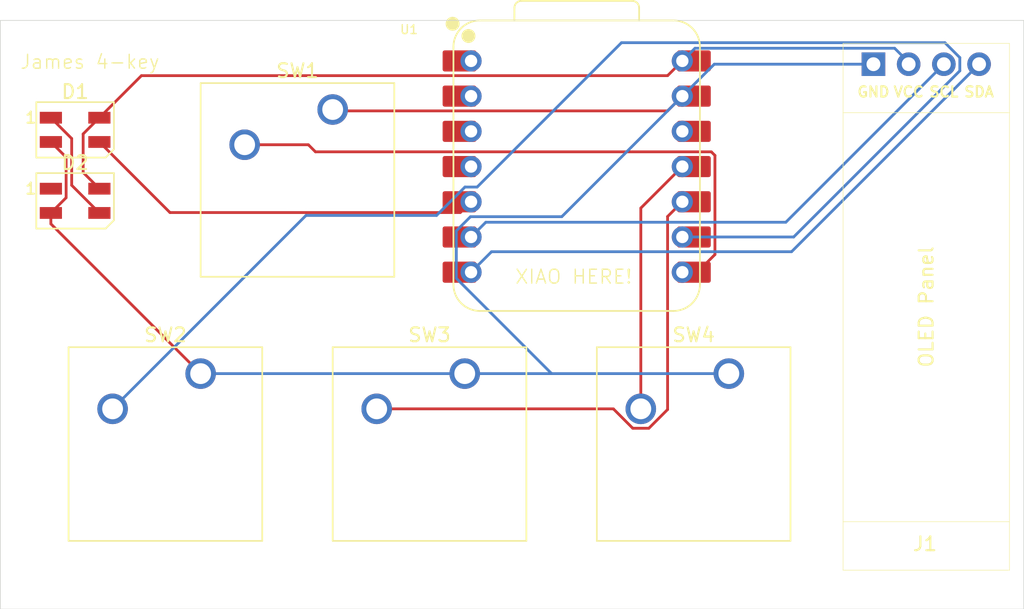
<source format=kicad_pcb>
(kicad_pcb (version 20241229) (generator "pcbnew") (generator_version "9.0")
  (layers (0 "F.Cu" signal) (2 "B.Cu" signal) (13 "F.Paste" user) (15 "B.Paste" user) (5 "F.SilkS" user "F.Silkscreen") (7 "B.SilkS" user "B.Silkscreen") (1 "F.Mask" user) (3 "B.Mask" user) (25 "Edge.Cuts" user))
  (net 0 "")
  (net 1 "Net-(D1-DOUT)")
  (net 2 "+5V")
  (net 3 "Net-(D1-DIN)")
  (net 4 "GND")
  (net 6 "Net-(U1-GPIO1{slash}RX)")
  (net 7 "Net-(U1-GPIO2{slash}SCK)")
  (net 8 "Net-(U1-GPIO4{slash}MISO)")
  (net 9 "Net-(U1-GPIO3{slash}MOSI)")
  (net 15 "Net-(J1-Pin_4)")
  (net 16 "Net-(J1-Pin_3)")
  (footprint "OLED:SSD1306-0.91-OLED-4pin-128x32" (layer "F.Cu") (at 108.415 87.685 90)
    (property "Reference" "J1" (at 1.9 5.91 0) (layer "F.SilkS"))
    (property "Value" "Conn_01x04")
    (fp_line (start 38 0) (end 0 0) (stroke (width 0.04)) (layer "F.SilkS"))
    (fp_line (start 33 0) (end 33 12) (stroke (width 0.04)) (layer "F.SilkS"))
    (fp_line (start 3.5 0) (end 3.5 12) (stroke (width 0.04)) (layer "F.SilkS"))
    (fp_line (start 0 0) (end 0 12) (stroke (width 0.04)) (layer "F.SilkS"))
    (fp_line (start 38 12) (end 38 0) (stroke (width 0.04)) (layer "F.SilkS"))
    (fp_line (start 0 12) (end 38 12) (stroke (width 0.04)) (layer "F.SilkS"))
    (fp_text user "GND" (at 34.5 2.19 0) (layer "F.SilkS") (effects (font (size 0.75 0.75))))
    (fp_text user "OLED Panel" (at 19 6 90) (layer "F.SilkS"))
    (fp_text user "SDA" (at 34.5 9.81 0) (layer "F.SilkS") (effects (font (size 0.75 0.75))))
    (fp_text user "VCC" (at 34.5 4.73 0) (layer "F.SilkS") (effects (font (size 0.75 0.75))))
    (fp_text user "SCL" (at 34.5 7.27 0) (layer "F.SilkS") (effects (font (size 0.75 0.75))))
    (pad "1" thru_hole rect (at 36.5 2.19 90) (size 1.7 1.7) (drill 1) (layers "*.Cu" "*.Mask") (net 4 "GND"))
    (pad "2" thru_hole oval (at 36.5 4.73 90) (size 1.7 1.7) (drill 1) (layers "*.Cu" "*.Mask") (net 2 "+5V"))
    (pad "3" thru_hole oval (at 36.5 7.27 90) (size 1.7 1.7) (drill 1) (layers "*.Cu" "*.Mask") (net 16 "Net-(J1-Pin_3)"))
    (pad "4" thru_hole oval (at 36.5 9.81 90) (size 1.7 1.7) (drill 1) (layers "*.Cu" "*.Mask") (net 15 "Net-(J1-Pin_4)"))
  )
  (footprint "LED_SMD:LED_SK6812MINI_PLCC4_3.5x3.5mm_P1.75mm" (layer "F.Cu") (at 53.02105 61.0401)
    (property "Reference" "D2" (at 0 -2.75 0) (layer "F.SilkS"))
    (property "Value" "SK6812MINI")
    (fp_line (start -2.8 -2) (end -2.8 2) (stroke (width 0.12)) (layer "F.SilkS"))
    (fp_line (start -2.8 -2) (end 2.8 -2) (stroke (width 0.12)) (layer "F.SilkS"))
    (fp_line (start -2.8 2) (end 2.2 2) (stroke (width 0.12)) (layer "F.SilkS"))
    (fp_line (start 2.8 1.4) (end 2.2 2) (stroke (width 0.12)) (layer "F.SilkS"))
    (fp_line (start 2.8 1.4) (end 2.8 -2) (stroke (width 0.12)) (layer "F.SilkS"))
    (fp_text user "1" (at -3.2 -0.875 0) (layer "F.SilkS") (effects (font (size 0.8 0.8))))
    (pad "1" smd rect (at -1.75 -0.875) (size 1.6 0.85) (layers "F.Cu" "F.Mask" "F.Paste"))
    (pad "2" smd rect (at -1.75 0.875) (size 1.6 0.85) (layers "F.Cu" "F.Mask" "F.Paste") (net 4 "GND"))
    (pad "3" smd rect (at 1.75 0.875) (size 1.6 0.85) (layers "F.Cu" "F.Mask" "F.Paste") (net 1 "Net-(D1-DOUT)"))
    (pad "4" smd rect (at 1.75 -0.875) (size 1.6 0.85) (layers "F.Cu" "F.Mask" "F.Paste") (net 2 "+5V"))
  )
  (footprint "OPL:XIAO-RP2040-DIP" (layer "F.Cu") (at 89.2 58.5685)
    (property "Reference" "U1" (at -12.09545 -9.88445 0) (layer "F.SilkS") (effects (font (size 0.635 0.635) (thickness 0.1016))))
    (property "Value" "XIAO-RP2040-DIP")
    (fp_line (start -8.89 8.509) (end -8.89 -8.636) (stroke (width 0.127)) (layer "F.SilkS"))
    (fp_line (start -6.985 10.414) (end 6.985 10.414) (stroke (width 0.127)) (layer "F.SilkS"))
    (fp_line (start -4.495 -10.541) (end -4.491272 -11.451272) (stroke (width 0.127)) (layer "F.SilkS"))
    (fp_line (start -3.991272 -11.951) (end 4.004 -11.951) (stroke (width 0.127)) (layer "F.SilkS"))
    (fp_line (start 4.504 -11.451) (end 4.504 -10.541) (stroke (width 0.127)) (layer "F.SilkS"))
    (fp_line (start 6.985 -10.541) (end -6.985 -10.541) (stroke (width 0.1)) (layer "F.SilkS"))
    (fp_line (start 6.985 -10.541) (end -6.985 -10.541) (stroke (width 0.127)) (layer "F.SilkS"))
    (fp_line (start 8.89 8.509) (end 8.89 -8.636) (stroke (width 0.127)) (layer "F.SilkS"))
    (fp_arc (start -8.89 -8.636) (mid -8.332038 -9.983038) (end -6.985 -10.541) (stroke (width 0.127)) (layer "F.SilkS"))
    (fp_arc (start -6.985 10.414) (mid -8.332038 9.856038) (end -8.89 8.509) (stroke (width 0.127)) (layer "F.SilkS"))
    (fp_arc (start -4.491272 -11.451272) (mid -4.344728 -11.80464) (end -3.991272 -11.951) (stroke (width 0.127)) (layer "F.SilkS"))
    (fp_arc (start 4.004 -11.951) (mid 4.357553 -11.804553) (end 4.504 -11.451) (stroke (width 0.127)) (layer "F.SilkS"))
    (fp_arc (start 6.985 -10.541) (mid 8.332038 -9.983038) (end 8.89 -8.636) (stroke (width 0.127)) (layer "F.SilkS"))
    (fp_arc (start 8.89 8.509) (mid 8.332038 9.856038) (end 6.985 10.414) (stroke (width 0.127)) (layer "F.SilkS"))
    (fp_circle (center -8.95 -10.3) (end -8.95 -10.554) (stroke (width 0.5)) (fill yes) (layer "F.SilkS"))
    (fp_circle (center -7.807 -9.42) (end -7.807 -9.674) (stroke (width 0.5)) (fill yes) (layer "F.SilkS"))
    (pad "1" smd roundrect (at -8.455 -7.62 180) (size 2.432 1.524) (layers "F.Cu" "F.Mask") (roundrect_rratio 0.1))
    (pad "1" thru_hole circle (at -7.62 -7.62 180) (size 1.524 1.524) (drill 0.889) (layers "*.Cu" "*.Mask"))
    (pad "2" smd roundrect (at -8.455 -5.08 180) (size 2.432 1.524) (layers "F.Cu" "F.Mask") (roundrect_rratio 0.1))
    (pad "2" thru_hole circle (at -7.62 -5.08 180) (size 1.524 1.524) (drill 0.889) (layers "*.Cu" "*.Mask"))
    (pad "3" smd roundrect (at -8.455 -2.54 180) (size 2.432 1.524) (layers "F.Cu" "F.Mask") (roundrect_rratio 0.1))
    (pad "3" thru_hole circle (at -7.62 -2.54 180) (size 1.524 1.524) (drill 0.889) (layers "*.Cu" "*.Mask"))
    (pad "4" smd roundrect (at -8.455 0 180) (size 2.432 1.524) (layers "F.Cu" "F.Mask") (roundrect_rratio 0.1))
    (pad "4" thru_hole circle (at -7.62 0 180) (size 1.524 1.524) (drill 0.889) (layers "*.Cu" "*.Mask"))
    (pad "5" smd roundrect (at -8.455 2.54 180) (size 2.432 1.524) (layers "F.Cu" "F.Mask") (roundrect_rratio 0.1) (net 3 "Net-(D1-DIN)"))
    (pad "5" thru_hole circle (at -7.62 2.54 180) (size 1.524 1.524) (drill 0.889) (layers "*.Cu" "*.Mask") (net 3 "Net-(D1-DIN)"))
    (pad "6" smd roundrect (at -8.455 5.08 180) (size 2.432 1.524) (layers "F.Cu" "F.Mask") (roundrect_rratio 0.1) (net 16 "Net-(J1-Pin_3)"))
    (pad "6" thru_hole circle (at -7.62 5.08 180) (size 1.524 1.524) (drill 0.889) (layers "*.Cu" "*.Mask") (net 16 "Net-(J1-Pin_3)"))
    (pad "7" smd roundrect (at -8.455 7.62 180) (size 2.432 1.524) (layers "F.Cu" "F.Mask") (roundrect_rratio 0.1) (net 15 "Net-(J1-Pin_4)"))
    (pad "7" thru_hole circle (at -7.62 7.62 180) (size 1.524 1.524) (drill 0.889) (layers "*.Cu" "*.Mask") (net 15 "Net-(J1-Pin_4)"))
    (pad "8" thru_hole circle (at 7.62 7.62) (size 1.524 1.524) (drill 0.889) (layers "*.Cu" "*.Mask") (net 6 "Net-(U1-GPIO1{slash}RX)"))
    (pad "8" smd roundrect (at 8.455 7.62) (size 2.432 1.524) (layers "F.Cu" "F.Mask") (roundrect_rratio 0.1) (net 6 "Net-(U1-GPIO1{slash}RX)"))
    (pad "9" thru_hole circle (at 7.62 5.08) (size 1.524 1.524) (drill 0.889) (layers "*.Cu" "*.Mask") (net 7 "Net-(U1-GPIO2{slash}SCK)"))
    (pad "9" smd roundrect (at 8.455 5.08) (size 2.432 1.524) (layers "F.Cu" "F.Mask") (roundrect_rratio 0.1) (net 7 "Net-(U1-GPIO2{slash}SCK)"))
    (pad "10" thru_hole circle (at 7.62 2.54) (size 1.524 1.524) (drill 0.889) (layers "*.Cu" "*.Mask") (net 8 "Net-(U1-GPIO4{slash}MISO)"))
    (pad "10" smd roundrect (at 8.455 2.54) (size 2.432 1.524) (layers "F.Cu" "F.Mask") (roundrect_rratio 0.1) (net 8 "Net-(U1-GPIO4{slash}MISO)"))
    (pad "11" thru_hole circle (at 7.62 0) (size 1.524 1.524) (drill 0.889) (layers "*.Cu" "*.Mask") (net 9 "Net-(U1-GPIO3{slash}MOSI)"))
    (pad "11" smd roundrect (at 8.455 0) (size 2.432 1.524) (layers "F.Cu" "F.Mask") (roundrect_rratio 0.1) (net 9 "Net-(U1-GPIO3{slash}MOSI)"))
    (pad "12" thru_hole circle (at 7.62 -2.54) (size 1.524 1.524) (drill 0.889) (layers "*.Cu" "*.Mask"))
    (pad "12" smd roundrect (at 8.455 -2.54) (size 2.432 1.524) (layers "F.Cu" "F.Mask") (roundrect_rratio 0.1))
    (pad "13" thru_hole circle (at 7.62 -5.08) (size 1.524 1.524) (drill 0.889) (layers "*.Cu" "*.Mask") (net 4 "GND"))
    (pad "13" smd roundrect (at 8.455 -5.08) (size 2.432 1.524) (layers "F.Cu" "F.Mask") (roundrect_rratio 0.1) (net 4 "GND"))
    (pad "14" thru_hole circle (at 7.62 -7.62) (size 1.524 1.524) (drill 0.889) (layers "*.Cu" "*.Mask") (net 2 "+5V"))
    (pad "14" smd roundrect (at 8.455 -7.62) (size 2.432 1.524) (layers "F.Cu" "F.Mask") (roundrect_rratio 0.1) (net 2 "+5V"))
  )
  (footprint "Button_Switch_Keyboard:SW_Cherry_MX_1.00u_PCB" (layer "F.Cu") (at 81.12455 73.50455)
    (property "Reference" "SW3" (at -2.54 -2.794 0) (layer "F.SilkS"))
    (property "Value" "SW_Push")
    (fp_line (start -9.525 -1.905) (end 4.445 -1.905) (stroke (width 0.12)) (layer "F.SilkS"))
    (fp_line (start -9.525 12.065) (end -9.525 -1.905) (stroke (width 0.12)) (layer "F.SilkS"))
    (fp_line (start 4.445 -1.905) (end 4.445 12.065) (stroke (width 0.12)) (layer "F.SilkS"))
    (fp_line (start 4.445 12.065) (end -9.525 12.065) (stroke (width 0.12)) (layer "F.SilkS"))
    (pad "" np_thru_hole circle (at -7.62 5.08) (size 1.7 1.7) (drill 1.7) (layers "*.Cu" "*.Mask"))
    (pad "" np_thru_hole circle (at -2.54 5.08) (size 4 4) (drill 4) (layers "*.Cu" "*.Mask"))
    (pad "" np_thru_hole circle (at 2.54 5.08) (size 1.7 1.7) (drill 1.7) (layers "*.Cu" "*.Mask"))
    (pad "1" thru_hole circle (at 0 0) (size 2.2 2.2) (drill 1.5) (layers "*.Cu" "*.Mask") (net 4 "GND"))
    (pad "2" thru_hole circle (at -6.35 2.54) (size 2.2 2.2) (drill 1.5) (layers "*.Cu" "*.Mask") (net 8 "Net-(U1-GPIO4{slash}MISO)"))
  )
  (footprint "Button_Switch_Keyboard:SW_Cherry_MX_1.00u_PCB" (layer "F.Cu") (at 71.59915 54.45375)
    (property "Reference" "SW1" (at -2.54 -2.794 0) (layer "F.SilkS"))
    (property "Value" "SW_Push")
    (fp_line (start -9.525 -1.905) (end 4.445 -1.905) (stroke (width 0.12)) (layer "F.SilkS"))
    (fp_line (start -9.525 12.065) (end -9.525 -1.905) (stroke (width 0.12)) (layer "F.SilkS"))
    (fp_line (start 4.445 -1.905) (end 4.445 12.065) (stroke (width 0.12)) (layer "F.SilkS"))
    (fp_line (start 4.445 12.065) (end -9.525 12.065) (stroke (width 0.12)) (layer "F.SilkS"))
    (pad "" np_thru_hole circle (at -7.62 5.08) (size 1.7 1.7) (drill 1.7) (layers "*.Cu" "*.Mask"))
    (pad "" np_thru_hole circle (at -2.54 5.08) (size 4 4) (drill 4) (layers "*.Cu" "*.Mask"))
    (pad "" np_thru_hole circle (at 2.54 5.08) (size 1.7 1.7) (drill 1.7) (layers "*.Cu" "*.Mask"))
    (pad "1" thru_hole circle (at 0 0) (size 2.2 2.2) (drill 1.5) (layers "*.Cu" "*.Mask") (net 4 "GND"))
    (pad "2" thru_hole circle (at -6.35 2.54) (size 2.2 2.2) (drill 1.5) (layers "*.Cu" "*.Mask") (net 6 "Net-(U1-GPIO1{slash}RX)"))
  )
  (footprint "Button_Switch_Keyboard:SW_Cherry_MX_1.00u_PCB" (layer "F.Cu") (at 62.07375 73.50455)
    (property "Reference" "SW2" (at -2.54 -2.794 0) (layer "F.SilkS"))
    (property "Value" "SW_Push")
    (fp_line (start -9.525 -1.905) (end 4.445 -1.905) (stroke (width 0.12)) (layer "F.SilkS"))
    (fp_line (start -9.525 12.065) (end -9.525 -1.905) (stroke (width 0.12)) (layer "F.SilkS"))
    (fp_line (start 4.445 -1.905) (end 4.445 12.065) (stroke (width 0.12)) (layer "F.SilkS"))
    (fp_line (start 4.445 12.065) (end -9.525 12.065) (stroke (width 0.12)) (layer "F.SilkS"))
    (pad "" np_thru_hole circle (at -7.62 5.08) (size 1.7 1.7) (drill 1.7) (layers "*.Cu" "*.Mask"))
    (pad "" np_thru_hole circle (at -2.54 5.08) (size 4 4) (drill 4) (layers "*.Cu" "*.Mask"))
    (pad "" np_thru_hole circle (at 2.54 5.08) (size 1.7 1.7) (drill 1.7) (layers "*.Cu" "*.Mask"))
    (pad "1" thru_hole circle (at 0 0) (size 2.2 2.2) (drill 1.5) (layers "*.Cu" "*.Mask") (net 4 "GND"))
    (pad "2" thru_hole circle (at -6.35 2.54) (size 2.2 2.2) (drill 1.5) (layers "*.Cu" "*.Mask") (net 7 "Net-(U1-GPIO2{slash}SCK)"))
  )
  (footprint "Button_Switch_Keyboard:SW_Cherry_MX_1.00u_PCB" (layer "F.Cu") (at 100.17535 73.50455)
    (property "Reference" "SW4" (at -2.54 -2.794 0) (layer "F.SilkS"))
    (property "Value" "SW_Push")
    (fp_line (start -9.525 -1.905) (end 4.445 -1.905) (stroke (width 0.12)) (layer "F.SilkS"))
    (fp_line (start -9.525 12.065) (end -9.525 -1.905) (stroke (width 0.12)) (layer "F.SilkS"))
    (fp_line (start 4.445 -1.905) (end 4.445 12.065) (stroke (width 0.12)) (layer "F.SilkS"))
    (fp_line (start 4.445 12.065) (end -9.525 12.065) (stroke (width 0.12)) (layer "F.SilkS"))
    (pad "" np_thru_hole circle (at -7.62 5.08) (size 1.7 1.7) (drill 1.7) (layers "*.Cu" "*.Mask"))
    (pad "" np_thru_hole circle (at -2.54 5.08) (size 4 4) (drill 4) (layers "*.Cu" "*.Mask"))
    (pad "" np_thru_hole circle (at 2.54 5.08) (size 1.7 1.7) (drill 1.7) (layers "*.Cu" "*.Mask"))
    (pad "1" thru_hole circle (at 0 0) (size 2.2 2.2) (drill 1.5) (layers "*.Cu" "*.Mask") (net 4 "GND"))
    (pad "2" thru_hole circle (at -6.35 2.54) (size 2.2 2.2) (drill 1.5) (layers "*.Cu" "*.Mask") (net 9 "Net-(U1-GPIO3{slash}MOSI)"))
  )
  (footprint "LED_SMD:LED_SK6812MINI_PLCC4_3.5x3.5mm_P1.75mm" (layer "F.Cu") (at 53.02105 55.9201)
    (property "Reference" "D1" (at 0 -2.75 0) (layer "F.SilkS"))
    (property "Value" "SK6812MINI")
    (fp_line (start -2.8 -2) (end -2.8 2) (stroke (width 0.12)) (layer "F.SilkS"))
    (fp_line (start -2.8 -2) (end 2.8 -2) (stroke (width 0.12)) (layer "F.SilkS"))
    (fp_line (start -2.8 2) (end 2.2 2) (stroke (width 0.12)) (layer "F.SilkS"))
    (fp_line (start 2.8 1.4) (end 2.2 2) (stroke (width 0.12)) (layer "F.SilkS"))
    (fp_line (start 2.8 1.4) (end 2.8 -2) (stroke (width 0.12)) (layer "F.SilkS"))
    (fp_text user "1" (at -3.2 -0.875 0) (layer "F.SilkS") (effects (font (size 0.8 0.8))))
    (pad "1" smd rect (at -1.75 -0.875) (size 1.6 0.85) (layers "F.Cu" "F.Mask" "F.Paste") (net 1 "Net-(D1-DOUT)"))
    (pad "2" smd rect (at -1.75 0.875) (size 1.6 0.85) (layers "F.Cu" "F.Mask" "F.Paste") (net 4 "GND"))
    (pad "3" smd rect (at 1.75 0.875) (size 1.6 0.85) (layers "F.Cu" "F.Mask" "F.Paste") (net 3 "Net-(D1-DIN)"))
    (pad "4" smd rect (at 1.75 -0.875) (size 1.6 0.85) (layers "F.Cu" "F.Mask" "F.Paste") (net 2 "+5V"))
  )
  (gr_rect (start 47.627 48.027) (end 121.44885 90.4913) (stroke (width 0.05)) (fill no) (layer "Edge.Cuts"))
  (gr_text "James 4-key" (at 49 51.6 0) (layer "F.SilkS") (effects (font (size 1 1) (thickness 0.1)) (justify left bottom)))
  (gr_text "XIAO HERE!" (at 84.7 67.1 0) (layer "F.SilkS") (effects (font (size 1 1) (thickness 0.1)) (justify left bottom)))
  (segment (start 52.77305 56.5471) (end 51.27105 55.0451) (width 0.2) (layer "F.Cu") (net 1))
  (segment (start 54.77105 61.9151) (end 52.77305 59.9171) (width 0.2) (layer "F.Cu") (net 1))
  (segment (start 52.77305 59.9171) (end 52.77305 56.5471) (width 0.2) (layer "F.Cu") (net 1))
  (segment (start 53.6 58.99405) (end 53.6 56.21615) (width 0.2) (layer "F.Cu") (net 2))
  (segment (start 53.6 56.21615) (end 54.77105 55.0451) (width 0.2) (layer "F.Cu") (net 2))
  (segment (start 54.77105 60.1651) (end 53.6 58.99405) (width 0.2) (layer "F.Cu") (net 2))
  (segment (start 57.80465 52.0115) (end 95.757 52.0115) (width 0.2) (layer "F.Cu") (net 2))
  (segment (start 54.77105 55.0451) (end 57.80465 52.0115) (width 0.2) (layer "F.Cu") (net 2))
  (segment (start 95.757 52.0115) (end 96.82 50.9485) (width 0.2) (layer "F.Cu") (net 2))
  (segment (start 97.7345 50.034) (end 96.82 50.9485) (width 0.2) (layer "B.Cu") (net 2))
  (segment (start 113.2 51.1) (end 112.134 50.034) (width 0.2) (layer "B.Cu") (net 2))
  (segment (start 113.145 51.185) (end 113.145 51.155) (width 0.2) (layer "B.Cu") (net 2))
  (segment (start 113.145 51.155) (end 113.2 51.1) (width 0.2) (layer "B.Cu") (net 2))
  (segment (start 112.134 50.034) (end 97.7345 50.034) (width 0.2) (layer "B.Cu") (net 2))
  (segment (start 54.77105 56.7951) (end 59.8607 61.88475) (width 0.2) (layer "F.Cu") (net 3))
  (segment (start 59.8607 61.88475) (end 80.80375 61.88475) (width 0.2) (layer "F.Cu") (net 3))
  (segment (start 80.80375 61.88475) (end 81.58 61.1085) (width 0.2) (layer "F.Cu") (net 3))
  (segment (start 52.37205 60.8141) (end 51.27105 61.9151) (width 0.2) (layer "F.Cu") (net 4))
  (segment (start 51.27105 56.7951) (end 52.37205 57.8961) (width 0.2) (layer "F.Cu") (net 4))
  (segment (start 51.27105 62.70185) (end 62.07375 73.50455) (width 0.2) (layer "F.Cu") (net 4))
  (segment (start 51.27105 61.9151) (end 51.27105 62.70185) (width 0.2) (layer "F.Cu") (net 4))
  (segment (start 71.59915 54.45375) (end 71.6969 54.5515) (width 0.2) (layer "F.Cu") (net 4))
  (segment (start 71.6969 54.5515) (end 95.757 54.5515) (width 0.2) (layer "F.Cu") (net 4))
  (segment (start 52.37205 57.8961) (end 52.37205 60.8141) (width 0.2) (layer "F.Cu") (net 4))
  (segment (start 95.757 54.5515) (end 96.82 53.4885) (width 0.2) (layer "F.Cu") (net 4))
  (segment (start 87.39274 73.50455) (end 80.517 66.62881) (width 0.2) (layer "B.Cu") (net 4))
  (segment (start 88.124 62.1845) (end 96.82 53.4885) (width 0.2) (layer "B.Cu") (net 4))
  (segment (start 80.517 63.20819) (end 81.54069 62.1845) (width 0.2) (layer "B.Cu") (net 4))
  (segment (start 99.1235 51.185) (end 96.82 53.4885) (width 0.2) (layer "B.Cu") (net 4))
  (segment (start 81.12455 73.50455) (end 87.39274 73.50455) (width 0.2) (layer "B.Cu") (net 4))
  (segment (start 80.517 66.62881) (end 80.517 63.20819) (width 0.2) (layer "B.Cu") (net 4))
  (segment (start 62.07375 73.50455) (end 81.12455 73.50455) (width 0.2) (layer "B.Cu") (net 4))
  (segment (start 100.17535 73.50455) (end 87.39274 73.50455) (width 0.2) (layer "B.Cu") (net 4))
  (segment (start 81.54069 62.1845) (end 88.124 62.1845) (width 0.2) (layer "B.Cu") (net 4))
  (segment (start 110.605 51.185) (end 99.1235 51.185) (width 0.2) (layer "B.Cu") (net 4))
  (segment (start 65.24915 56.99375) (end 69.843966 56.99375) (width 0.2) (layer "F.Cu") (net 6))
  (segment (start 97.89763 66.1885) (end 96.82 66.1885) (width 0.2) (layer "F.Cu") (net 6))
  (segment (start 65.24915 56.99375) (end 65.79445 56.44845) (width 0.2) (layer "F.Cu") (net 6))
  (segment (start 70.355716 57.5055) (end 98.910626 57.5055) (width 0.2) (layer "F.Cu") (net 6))
  (segment (start 99.172 64.91413) (end 97.89763 66.1885) (width 0.2) (layer "F.Cu") (net 6))
  (segment (start 69.843966 56.99375) (end 70.355716 57.5055) (width 0.2) (layer "F.Cu") (net 6))
  (segment (start 99.172 57.766874) (end 99.172 64.91413) (width 0.2) (layer "F.Cu") (net 6))
  (segment (start 98.910626 57.5055) (end 99.172 57.766874) (width 0.2) (layer "F.Cu") (net 6))
  (segment (start 69.67335 62.09495) (end 79.09024 62.09495) (width 0.2) (layer "B.Cu") (net 7))
  (segment (start 116.836 51.66176) (end 104.84926 63.6485) (width 0.2) (layer "B.Cu") (net 7))
  (segment (start 55.72375 76.04455) (end 69.67335 62.09495) (width 0.2) (layer "B.Cu") (net 7))
  (segment (start 104.84926 63.6485) (end 96.82 63.6485) (width 0.2) (layer "B.Cu") (net 7))
  (segment (start 116.836 50.70824) (end 116.836 51.66176) (width 0.2) (layer "B.Cu") (net 7))
  (segment (start 79.09024 62.09495) (end 81.13969 60.0455) (width 0.2) (layer "B.Cu") (net 7))
  (segment (start 82.02031 60.0455) (end 92.43281 49.633) (width 0.2) (layer "B.Cu") (net 7))
  (segment (start 92.43281 49.633) (end 115.76076 49.633) (width 0.2) (layer "B.Cu") (net 7))
  (segment (start 115.76076 49.633) (end 116.836 50.70824) (width 0.2) (layer "B.Cu") (net 7))
  (segment (start 81.13969 60.0455) (end 82.02031 60.0455) (width 0.2) (layer "B.Cu") (net 7))
  (segment (start 74.77455 76.04455) (end 91.844036 76.04455) (width 0.2) (layer "F.Cu") (net 8))
  (segment (start 93.245036 77.44555) (end 94.405664 77.44555) (width 0.2) (layer "F.Cu") (net 8))
  (segment (start 95.757 62.1715) (end 96.82 61.1085) (width 0.2) (layer "F.Cu") (net 8))
  (segment (start 95.757 76.094214) (end 95.757 62.1715) (width 0.2) (layer "F.Cu") (net 8))
  (segment (start 94.405664 77.44555) (end 95.757 76.094214) (width 0.2) (layer "F.Cu") (net 8))
  (segment (start 91.844036 76.04455) (end 93.245036 77.44555) (width 0.2) (layer "F.Cu") (net 8))
  (segment (start 93.82535 61.56315) (end 96.82 58.5685) (width 0.2) (layer "F.Cu") (net 9))
  (segment (start 93.82535 76.04455) (end 93.82535 61.56315) (width 0.2) (layer "F.Cu") (net 9))
  (segment (start 118.225 51.185) (end 104.6985 64.7115) (width 0.2) (layer "B.Cu") (net 15))
  (segment (start 83.057 64.7115) (end 81.58 66.1885) (width 0.2) (layer "B.Cu") (net 15))
  (segment (start 104.6985 64.7115) (end 83.057 64.7115) (width 0.2) (layer "B.Cu") (net 15))
  (segment (start 104.2845 62.5855) (end 82.643 62.5855) (width 0.2) (layer "B.Cu") (net 16))
  (segment (start 115.685 51.185) (end 104.2845 62.5855) (width 0.2) (layer "B.Cu") (net 16))
  (segment (start 82.643 62.5855) (end 81.58 63.6485) (width 0.2) (layer "B.Cu") (net 16))
)
</source>
